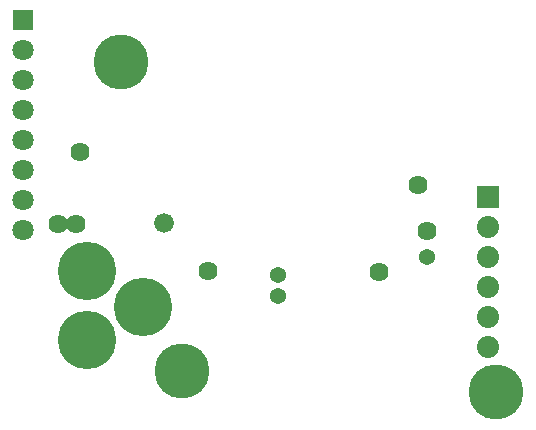
<source format=gbs>
G04*
G04 #@! TF.GenerationSoftware,Altium Limited,Altium Designer,23.4.1 (23)*
G04*
G04 Layer_Color=16711935*
%FSLAX44Y44*%
%MOMM*%
G71*
G04*
G04 #@! TF.SameCoordinates,5B4701A4-F384-41A6-9C88-78B9FC1DD21D*
G04*
G04*
G04 #@! TF.FilePolarity,Negative*
G04*
G01*
G75*
%ADD31C,4.6500*%
%ADD32R,1.8750X1.8750*%
%ADD33C,1.8750*%
%ADD34C,4.9500*%
%ADD35C,1.6740*%
%ADD36R,1.8000X1.8000*%
%ADD37C,1.8000*%
%ADD38C,1.6232*%
%ADD39C,1.3692*%
D31*
X1018540Y271780D02*
D03*
X701040Y551180D02*
D03*
X753110Y289560D02*
D03*
D32*
X1012190Y436880D02*
D03*
D33*
Y411480D02*
D03*
Y386080D02*
D03*
Y360680D02*
D03*
Y335280D02*
D03*
Y309880D02*
D03*
D34*
X720090Y344170D02*
D03*
X672090Y316170D02*
D03*
Y374170D02*
D03*
D35*
X737870Y415290D02*
D03*
D36*
X618490Y586740D02*
D03*
D37*
Y561340D02*
D03*
Y535940D02*
D03*
Y510540D02*
D03*
Y485140D02*
D03*
Y459740D02*
D03*
Y434340D02*
D03*
Y408940D02*
D03*
D38*
X647700Y414020D02*
D03*
X960494Y408531D02*
D03*
X952500Y447040D02*
D03*
X662940Y414020D02*
D03*
X666750Y474980D02*
D03*
X774700Y374650D02*
D03*
X919480Y373380D02*
D03*
D39*
X960120Y386080D02*
D03*
X834390Y353060D02*
D03*
Y370840D02*
D03*
M02*

</source>
